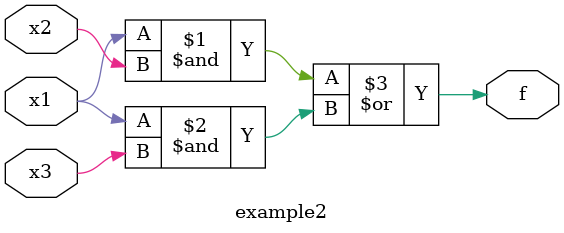
<source format=v>
module example2(x1,x2,x3,f);
input x1,x2,x3;
output f;
assign f= (x1&x2)|(x1&x3);
endmodule

</source>
